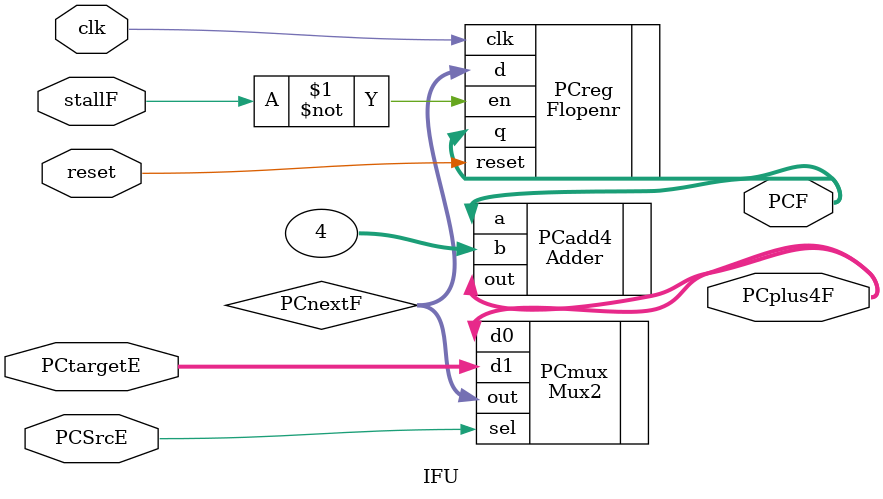
<source format=v>
`timescale 1ns / 1ps

module IFU(
input 		 clk,reset,
input 		 PCSrcE,
input  [31:0] PCtargetE,
input stallF,

output [31:0] PCF,
output [31:0] PCplus4F
);

wire [31:0] PCnextF;

Mux2 #(32) PCmux(
	.d0(PCplus4F),
	.d1(PCtargetE),
	.sel(PCSrcE),
	
	.out(PCnextF)
);
Flopenr #(32) PCreg(
	.clk(clk),
	.reset(reset),
	.en(~stallF),
	.d(PCnextF),
	
	.q(PCF)
);
Adder PCadd4(
	.a(PCF),
	.b(32'd4),
	
	.out(PCplus4F)
);

endmodule
</source>
